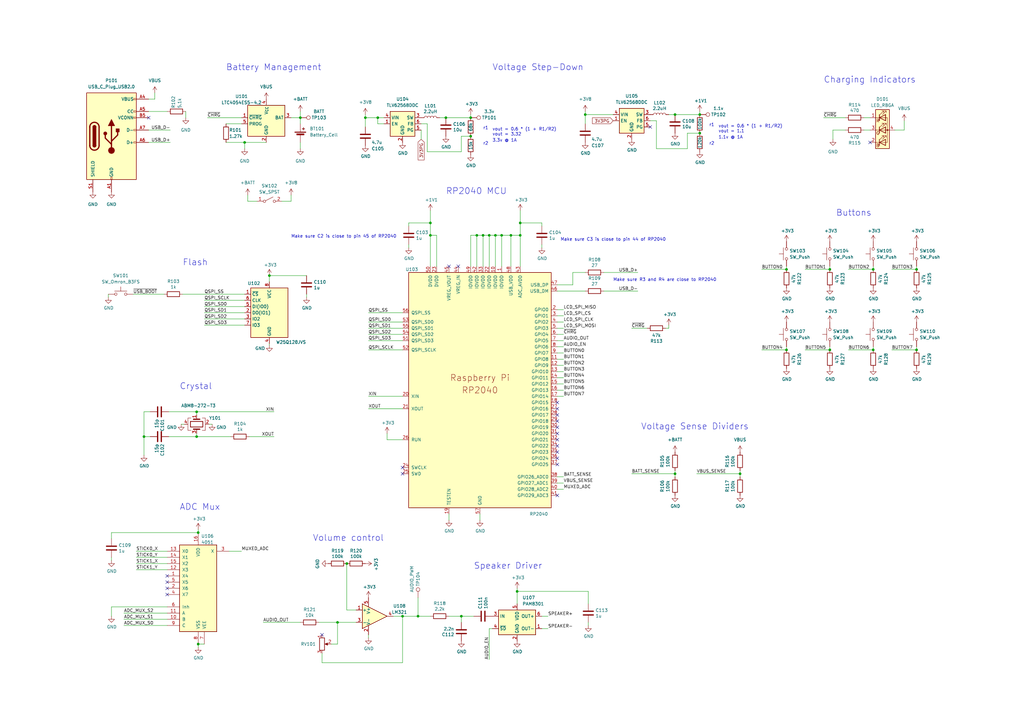
<source format=kicad_sch>
(kicad_sch (version 20230121) (generator eeschema)
  (paper "A3")
  (junction (at 209.55 96.52))
  (junction (at 80.645 168.91))
  (junction (at 203.2 96.52))
  (junction (at 110.49 113.03))
  (junction (at 149.86 48.26))
  (junction (at 375.92 143.51))
  (junction (at 193.04 55.88))
  (junction (at 358.14 110.49))
  (junction (at 123.19 48.26))
  (junction (at 142.24 231.14))
  (junction (at 81.28 264.16))
  (junction (at 195.58 96.52))
  (junction (at 240.03 46.99))
  (junction (at 276.86 46.99))
  (junction (at 59.055 179.07))
  (junction (at 193.04 48.26))
  (junction (at 182.88 48.26))
  (junction (at 176.53 96.52))
  (junction (at 171.45 252.73))
  (junction (at 165.1 252.73))
  (junction (at 303.53 194.31))
  (junction (at 205.74 96.52))
  (junction (at 176.53 91.44))
  (junction (at 276.86 194.31))
  (junction (at 375.92 110.49))
  (junction (at 322.58 110.49))
  (junction (at 340.36 110.49))
  (junction (at 198.12 96.52))
  (junction (at 287.02 54.61))
  (junction (at 81.28 218.44))
  (junction (at 213.36 96.52))
  (junction (at 189.23 252.73))
  (junction (at 213.36 91.44))
  (junction (at 154.94 48.26))
  (junction (at 340.36 143.51))
  (junction (at 287.02 46.99))
  (junction (at 138.43 255.27))
  (junction (at 358.14 143.51))
  (junction (at 212.09 242.57))
  (junction (at 100.33 58.42))
  (junction (at 322.58 143.51))
  (junction (at 200.66 96.52))
  (junction (at 80.645 179.07))
  (no_connect (at 228.6 165.1))
  (no_connect (at 228.6 180.34))
  (no_connect (at 184.15 109.22))
  (no_connect (at 165.1 191.77))
  (no_connect (at 228.6 172.72))
  (no_connect (at 228.6 167.64))
  (no_connect (at 187.96 109.22))
  (no_connect (at 228.6 187.96))
  (no_connect (at 165.1 194.31))
  (no_connect (at 228.6 175.26))
  (no_connect (at 68.58 238.76))
  (no_connect (at 60.96 48.26))
  (no_connect (at 228.6 185.42))
  (no_connect (at 228.6 182.88))
  (no_connect (at 356.87 58.42))
  (no_connect (at 68.58 241.3))
  (no_connect (at 228.6 203.2))
  (no_connect (at 228.6 190.5))
  (no_connect (at 266.7 52.07))
  (no_connect (at 68.58 236.22))
  (no_connect (at 68.58 243.84))
  (no_connect (at 228.6 177.8))
  (no_connect (at 228.6 170.18))
  (no_connect (at 132.08 260.35))
  (wire (pts (xy 81.28 264.16) (xy 83.82 264.16)))
  (wire (pts (xy 149.86 48.26) (xy 149.86 52.07)))
  (wire (pts (xy 151.13 137.16) (xy 165.1 137.16)))
  (wire (pts (xy 365.76 110.49) (xy 375.92 110.49)))
  (wire (pts (xy 101.6 82.55) (xy 105.41 82.55)))
  (wire (pts (xy 125.73 120.65) (xy 125.73 121.92)))
  (wire (pts (xy 224.79 257.81) (xy 222.25 257.81)))
  (wire (pts (xy 240.03 46.99) (xy 251.46 46.99)))
  (wire (pts (xy 274.32 134.62) (xy 273.05 134.62)))
  (wire (pts (xy 158.75 177.8) (xy 158.75 180.34)))
  (wire (pts (xy 175.26 50.8) (xy 175.26 62.23)))
  (wire (pts (xy 274.32 133.35) (xy 274.32 134.62)))
  (wire (pts (xy 228.6 200.66) (xy 231.14 200.66)))
  (wire (pts (xy 81.28 217.17) (xy 81.28 218.44)))
  (wire (pts (xy 67.31 120.65) (xy 54.61 120.65)))
  (wire (pts (xy 375.92 109.22) (xy 375.92 110.49)))
  (wire (pts (xy 209.55 109.22) (xy 209.55 96.52)))
  (wire (pts (xy 45.72 248.92) (xy 68.58 248.92)))
  (wire (pts (xy 154.94 48.26) (xy 154.94 50.8)))
  (wire (pts (xy 205.74 96.52) (xy 209.55 96.52)))
  (wire (pts (xy 138.43 255.27) (xy 146.05 255.27)))
  (wire (pts (xy 358.14 142.24) (xy 358.14 143.51)))
  (wire (pts (xy 151.13 134.62) (xy 165.1 134.62)))
  (wire (pts (xy 55.88 233.68) (xy 68.58 233.68)))
  (wire (pts (xy 228.6 152.4) (xy 231.14 152.4)))
  (wire (pts (xy 60.96 58.42) (xy 69.85 58.42)))
  (wire (pts (xy 341.63 53.34) (xy 341.63 57.15)))
  (wire (pts (xy 44.45 120.65) (xy 44.45 121.92)))
  (wire (pts (xy 107.95 255.27) (xy 123.19 255.27)))
  (wire (pts (xy 189.23 252.73) (xy 189.23 255.27)))
  (wire (pts (xy 241.3 255.27) (xy 241.3 256.54)))
  (wire (pts (xy 200.66 270.51) (xy 200.66 257.81)))
  (wire (pts (xy 354.33 53.34) (xy 356.87 53.34)))
  (wire (pts (xy 80.645 179.07) (xy 94.615 179.07)))
  (wire (pts (xy 228.6 144.78) (xy 231.14 144.78)))
  (wire (pts (xy 171.45 252.73) (xy 176.53 252.73)))
  (wire (pts (xy 115.57 82.55) (xy 119.38 82.55)))
  (wire (pts (xy 330.2 143.51) (xy 340.36 143.51)))
  (wire (pts (xy 100.33 130.81) (xy 83.82 130.81)))
  (wire (pts (xy 247.65 119.38) (xy 261.62 119.38)))
  (wire (pts (xy 234.95 111.76) (xy 234.95 116.84)))
  (wire (pts (xy 367.03 53.34) (xy 370.84 53.34)))
  (wire (pts (xy 228.6 147.32) (xy 231.14 147.32)))
  (wire (pts (xy 50.8 254) (xy 68.58 254)))
  (wire (pts (xy 165.1 167.64) (xy 151.13 167.64)))
  (wire (pts (xy 213.36 91.44) (xy 222.25 91.44)))
  (wire (pts (xy 165.1 143.51) (xy 151.13 143.51)))
  (wire (pts (xy 231.14 129.54) (xy 228.6 129.54)))
  (wire (pts (xy 142.24 250.19) (xy 146.05 250.19)))
  (wire (pts (xy 101.6 80.01) (xy 101.6 82.55)))
  (wire (pts (xy 165.1 252.73) (xy 165.1 271.78)))
  (wire (pts (xy 60.96 45.72) (xy 68.58 45.72)))
  (wire (pts (xy 123.19 48.26) (xy 123.19 50.8)))
  (wire (pts (xy 171.45 245.11) (xy 171.45 252.73)))
  (wire (pts (xy 341.63 53.34) (xy 346.71 53.34)))
  (wire (pts (xy 45.72 248.92) (xy 45.72 252.73)))
  (wire (pts (xy 100.33 125.73) (xy 83.82 125.73)))
  (wire (pts (xy 45.72 228.6) (xy 45.72 229.87)))
  (wire (pts (xy 287.02 54.61) (xy 281.94 54.61)))
  (wire (pts (xy 259.08 194.31) (xy 276.86 194.31)))
  (wire (pts (xy 213.36 86.36) (xy 213.36 91.44)))
  (wire (pts (xy 167.64 91.44) (xy 176.53 91.44)))
  (wire (pts (xy 80.645 170.18) (xy 80.645 168.91)))
  (wire (pts (xy 165.1 128.27) (xy 151.13 128.27)))
  (wire (pts (xy 80.645 177.8) (xy 80.645 179.07)))
  (wire (pts (xy 276.86 193.04) (xy 276.86 194.31)))
  (wire (pts (xy 165.1 252.73) (xy 171.45 252.73)))
  (wire (pts (xy 209.55 96.52) (xy 213.36 96.52)))
  (wire (pts (xy 189.23 55.88) (xy 189.23 62.23)))
  (wire (pts (xy 179.07 96.52) (xy 176.53 96.52)))
  (wire (pts (xy 337.82 48.26) (xy 346.71 48.26)))
  (wire (pts (xy 269.24 49.53) (xy 269.24 60.96)))
  (wire (pts (xy 228.6 149.86) (xy 231.14 149.86)))
  (wire (pts (xy 193.04 55.88) (xy 189.23 55.88)))
  (wire (pts (xy 149.86 48.26) (xy 154.94 48.26)))
  (wire (pts (xy 375.92 142.24) (xy 375.92 143.51)))
  (wire (pts (xy 322.58 109.22) (xy 322.58 110.49)))
  (wire (pts (xy 365.76 143.51) (xy 375.92 143.51)))
  (wire (pts (xy 69.215 179.07) (xy 80.645 179.07)))
  (wire (pts (xy 266.7 49.53) (xy 269.24 49.53)))
  (wire (pts (xy 60.96 40.64) (xy 63.5 40.64)))
  (wire (pts (xy 200.66 257.81) (xy 201.93 257.81)))
  (wire (pts (xy 354.33 48.26) (xy 356.87 48.26)))
  (wire (pts (xy 213.36 96.52) (xy 213.36 109.22)))
  (wire (pts (xy 151.13 132.08) (xy 165.1 132.08)))
  (wire (pts (xy 195.58 96.52) (xy 198.12 96.52)))
  (wire (pts (xy 213.36 91.44) (xy 213.36 96.52)))
  (wire (pts (xy 55.88 231.14) (xy 68.58 231.14)))
  (wire (pts (xy 45.72 218.44) (xy 45.72 220.98)))
  (wire (pts (xy 132.08 271.78) (xy 165.1 271.78)))
  (wire (pts (xy 193.04 46.99) (xy 193.04 48.26)))
  (wire (pts (xy 228.6 162.56) (xy 231.14 162.56)))
  (wire (pts (xy 135.89 264.16) (xy 138.43 264.16)))
  (wire (pts (xy 285.75 194.31) (xy 303.53 194.31)))
  (wire (pts (xy 119.38 80.01) (xy 119.38 82.55)))
  (wire (pts (xy 61.595 168.91) (xy 59.055 168.91)))
  (wire (pts (xy 50.8 256.54) (xy 68.58 256.54)))
  (wire (pts (xy 193.04 109.22) (xy 193.04 96.52)))
  (wire (pts (xy 85.09 48.26) (xy 99.06 48.26)))
  (wire (pts (xy 92.71 50.8) (xy 99.06 50.8)))
  (wire (pts (xy 231.14 132.08) (xy 228.6 132.08)))
  (wire (pts (xy 149.86 48.26) (xy 149.86 46.99)))
  (wire (pts (xy 259.08 134.62) (xy 265.43 134.62)))
  (wire (pts (xy 176.53 91.44) (xy 176.53 96.52)))
  (wire (pts (xy 196.85 210.82) (xy 196.85 213.36)))
  (wire (pts (xy 167.64 92.71) (xy 167.64 91.44)))
  (wire (pts (xy 176.53 96.52) (xy 176.53 109.22)))
  (wire (pts (xy 228.6 142.24) (xy 231.14 142.24)))
  (wire (pts (xy 370.84 49.53) (xy 370.84 53.34)))
  (wire (pts (xy 180.34 48.26) (xy 182.88 48.26)))
  (wire (pts (xy 231.14 139.7) (xy 228.6 139.7)))
  (wire (pts (xy 212.09 242.57) (xy 241.3 242.57)))
  (wire (pts (xy 50.8 251.46) (xy 68.58 251.46)))
  (wire (pts (xy 83.82 123.19) (xy 100.33 123.19)))
  (wire (pts (xy 59.055 168.91) (xy 59.055 179.07)))
  (wire (pts (xy 176.53 86.36) (xy 176.53 91.44)))
  (wire (pts (xy 138.43 255.27) (xy 138.43 264.16)))
  (wire (pts (xy 110.49 113.03) (xy 125.73 113.03)))
  (wire (pts (xy 228.6 116.84) (xy 234.95 116.84)))
  (wire (pts (xy 161.29 252.73) (xy 165.1 252.73)))
  (wire (pts (xy 154.94 50.8) (xy 157.48 50.8)))
  (wire (pts (xy 158.75 180.34) (xy 165.1 180.34)))
  (wire (pts (xy 228.6 195.58) (xy 231.14 195.58)))
  (wire (pts (xy 241.3 242.57) (xy 241.3 247.65)))
  (wire (pts (xy 228.6 157.48) (xy 231.14 157.48)))
  (wire (pts (xy 55.88 228.6) (xy 68.58 228.6)))
  (wire (pts (xy 281.94 54.61) (xy 281.94 60.96)))
  (wire (pts (xy 63.5 38.1) (xy 63.5 40.64)))
  (wire (pts (xy 132.08 267.97) (xy 132.08 271.78)))
  (wire (pts (xy 100.33 58.42) (xy 109.22 58.42)))
  (wire (pts (xy 322.58 142.24) (xy 322.58 143.51)))
  (wire (pts (xy 228.6 119.38) (xy 240.03 119.38)))
  (wire (pts (xy 151.13 139.7) (xy 165.1 139.7)))
  (wire (pts (xy 330.2 110.49) (xy 340.36 110.49)))
  (wire (pts (xy 61.595 179.07) (xy 59.055 179.07)))
  (wire (pts (xy 198.12 96.52) (xy 200.66 96.52)))
  (wire (pts (xy 212.09 241.3) (xy 212.09 242.57)))
  (wire (pts (xy 195.58 109.22) (xy 195.58 96.52)))
  (wire (pts (xy 189.23 62.23) (xy 175.26 62.23)))
  (wire (pts (xy 203.2 96.52) (xy 205.74 96.52)))
  (wire (pts (xy 45.72 218.44) (xy 81.28 218.44)))
  (wire (pts (xy 203.2 109.22) (xy 203.2 96.52)))
  (wire (pts (xy 212.09 242.57) (xy 212.09 247.65)))
  (wire (pts (xy 347.98 110.49) (xy 358.14 110.49)))
  (wire (pts (xy 123.19 45.72) (xy 123.19 48.26)))
  (wire (pts (xy 172.72 53.34) (xy 172.72 57.15)))
  (wire (pts (xy 200.66 96.52) (xy 203.2 96.52)))
  (wire (pts (xy 151.13 261.62) (xy 151.13 260.35)))
  (wire (pts (xy 240.03 45.72) (xy 240.03 46.99)))
  (wire (pts (xy 74.295 173.99) (xy 75.565 173.99)))
  (wire (pts (xy 59.055 179.07) (xy 59.055 186.69)))
  (wire (pts (xy 228.6 198.12) (xy 231.14 198.12)))
  (wire (pts (xy 234.95 111.76) (xy 240.03 111.76)))
  (wire (pts (xy 276.86 46.99) (xy 287.02 46.99)))
  (wire (pts (xy 224.79 252.73) (xy 222.25 252.73)))
  (wire (pts (xy 340.36 109.22) (xy 340.36 110.49)))
  (wire (pts (xy 184.15 252.73) (xy 189.23 252.73)))
  (wire (pts (xy 100.33 133.35) (xy 83.82 133.35)))
  (wire (pts (xy 228.6 160.02) (xy 231.14 160.02)))
  (wire (pts (xy 142.24 231.14) (xy 142.24 250.19)))
  (wire (pts (xy 231.14 134.62) (xy 228.6 134.62)))
  (wire (pts (xy 179.07 109.22) (xy 179.07 96.52)))
  (wire (pts (xy 231.14 127) (xy 228.6 127)))
  (wire (pts (xy 154.94 48.26) (xy 157.48 48.26)))
  (wire (pts (xy 347.98 143.51) (xy 358.14 143.51)))
  (wire (pts (xy 69.215 168.91) (xy 80.645 168.91)))
  (wire (pts (xy 276.86 194.31) (xy 276.86 195.58)))
  (wire (pts (xy 151.13 162.56) (xy 165.1 162.56)))
  (wire (pts (xy 228.6 137.16) (xy 231.14 137.16)))
  (wire (pts (xy 303.53 194.31) (xy 303.53 195.58)))
  (wire (pts (xy 60.96 53.34) (xy 69.85 53.34)))
  (wire (pts (xy 80.645 168.91) (xy 112.395 168.91)))
  (wire (pts (xy 200.66 109.22) (xy 200.66 96.52)))
  (wire (pts (xy 228.6 154.94) (xy 231.14 154.94)))
  (wire (pts (xy 74.93 120.65) (xy 100.33 120.65)))
  (wire (pts (xy 287.02 45.72) (xy 287.02 46.99)))
  (wire (pts (xy 184.15 210.82) (xy 184.15 213.36)))
  (wire (pts (xy 303.53 193.04) (xy 303.53 194.31)))
  (wire (pts (xy 274.32 46.99) (xy 276.86 46.99)))
  (wire (pts (xy 92.71 58.42) (xy 100.33 58.42)))
  (wire (pts (xy 110.49 113.03) (xy 110.49 115.57)))
  (wire (pts (xy 130.81 255.27) (xy 138.43 255.27)))
  (wire (pts (xy 193.04 96.52) (xy 195.58 96.52)))
  (wire (pts (xy 281.94 60.96) (xy 269.24 60.96)))
  (wire (pts (xy 172.72 50.8) (xy 175.26 50.8)))
  (wire (pts (xy 222.25 92.71) (xy 222.25 91.44)))
  (wire (pts (xy 55.88 226.06) (xy 68.58 226.06)))
  (wire (pts (xy 100.33 128.27) (xy 83.82 128.27)))
  (wire (pts (xy 76.2 45.72) (xy 76.2 48.26)))
  (wire (pts (xy 81.28 265.43) (xy 81.28 264.16)))
  (wire (pts (xy 93.98 226.06) (xy 99.06 226.06)))
  (wire (pts (xy 119.38 48.26) (xy 123.19 48.26)))
  (wire (pts (xy 123.19 60.96) (xy 123.19 58.42)))
  (wire (pts (xy 312.42 143.51) (xy 322.58 143.51)))
  (wire (pts (xy 247.65 111.76) (xy 261.62 111.76)))
  (wire (pts (xy 182.88 48.26) (xy 193.04 48.26)))
  (wire (pts (xy 102.235 179.07) (xy 112.395 179.07)))
  (wire (pts (xy 358.14 109.22) (xy 358.14 110.49)))
  (wire (pts (xy 189.23 252.73) (xy 194.31 252.73)))
  (wire (pts (xy 240.03 50.8) (xy 240.03 46.99)))
  (wire (pts (xy 222.25 100.33) (xy 222.25 101.6)))
  (wire (pts (xy 100.33 60.96) (xy 100.33 58.42)))
  (wire (pts (xy 85.725 173.99) (xy 86.995 173.99)))
  (wire (pts (xy 110.49 141.605) (xy 110.49 140.97)))
  (wire (pts (xy 312.42 110.49) (xy 322.58 110.49)))
  (wire (pts (xy 340.36 142.24) (xy 340.36 143.51)))
  (wire (pts (xy 167.64 100.33) (xy 167.64 101.6)))
  (wire (pts (xy 198.12 109.22) (xy 198.12 96.52)))
  (wire (pts (xy 205.74 96.52) (xy 205.74 109.22)))
  (text "Voltage Sense Dividers" (at 262.89 176.53 0) (effects (font (size 2.54 2.54)) (justify left bottom)))
  (text "ADC Mux" (at 73.66 209.55 0) (effects (font (size 2.54 2.54)) (justify left bottom)))
  (text "Make sure C2 is close to pin 45 of RP2040" (at 119.38 97.79 0) (effects (font (size 1.27 1.27)) (justify left bottom)))
  (text "1.1v @ 1A\n" (at 294.64 57.15 0) (effects (font (size 1.27 1.27)) (justify left bottom)))
  (text "Battery Management" (at 92.71 29.21 0) (effects (font (size 2.54 2.54)) (justify left bottom)))
  (text "Crystal" (at 73.66 160.02 0) (effects (font (size 2.54 2.54)) (justify left bottom)))
  (text "r2" (at 198.12 59.69 0) (effects (font (size 1.27 1.27)) (justify left bottom)))
  (text "r2" (at 290.83 59.69 0) (effects (font (size 1.27 1.27)) (justify left bottom)))
  (text "vout = 0.6 * (1 + R1/R2)\nvout = 3.32" (at 201.93 55.88 0) (effects (font (size 1.27 1.27)) (justify left bottom)))
  (text "RP2040 MCU" (at 182.88 80.01 0) (effects (font (size 2.54 2.54)) (justify left bottom)))
  (text "Speaker Driver" (at 194.31 233.68 0) (effects (font (size 2.54 2.54)) (justify left bottom)))
  (text "r1" (at 198.12 53.34 0) (effects (font (size 1.27 1.27)) (justify left bottom)))
  (text "Flash" (at 74.93 109.22 0) (effects (font (size 2.54 2.54)) (justify left bottom)))
  (text "Make sure R3 and R4 are close to RP2040" (at 251.46 115.57 0) (effects (font (size 1.27 1.27)) (justify left bottom)))
  (text "r1" (at 290.83 52.07 0) (effects (font (size 1.27 1.27)) (justify left bottom)))
  (text "Buttons" (at 342.9 88.9 0) (effects (font (size 2.54 2.54)) (justify left bottom)))
  (text "Volume control\n" (at 128.27 222.25 0) (effects (font (size 2.54 2.54)) (justify left bottom)))
  (text "Voltage Step-Down" (at 201.93 29.21 0) (effects (font (size 2.54 2.54)) (justify left bottom)))
  (text "Make sure C3 is close to pin 44 of RP2040" (at 229.87 99.06 0) (effects (font (size 1.27 1.27)) (justify left bottom)))
  (text "3.3v @ 1A\n" (at 201.93 58.42 0) (effects (font (size 1.27 1.27)) (justify left bottom)))
  (text "vout = 0.6 * (1 + R1/R2)\nvout = 1.1" (at 294.64 54.61 0) (effects (font (size 1.27 1.27)) (justify left bottom)))
  (text "Charging Indicators" (at 337.82 34.29 0) (effects (font (size 2.54 2.54)) (justify left bottom)))
  (label "BUTTON3" (at 365.76 110.49 0))
  (label "BUTTON6" (at 231.14 160.02 0))
  (label "~{CHRG}" (at 85.09 48.26 0))
  (label "AUDIO_EN" (at 200.66 270.51 90))
  (label "~{CHRG}" (at 259.08 134.62 0))
  (label "SPEAKER-" (at 224.79 257.81 0))
  (label "ADC_MUX_S1" (at 50.8 254 0))
  (label "ADC_MUX_S2" (at 50.8 251.46 0))
  (label "AUDIO_EN" (at 231.14 142.24 0))
  (label "~{CHRG}" (at 231.14 137.16 0))
  (label "USB_D+" (at 261.62 111.76 180))
  (label "BUTTON6" (at 347.98 143.51 0))
  (label "QSPI_SCLK" (at 83.82 123.19 0))
  (label "XIN" (at 112.395 168.91 180))
  (label "QSPI_SD1" (at 151.13 134.62 0))
  (label "QSPI_SS" (at 83.82 120.65 0))
  (label "AUDIO_OUT" (at 231.14 139.7 0))
  (label "LCD_SPI_MOSI" (at 231.14 134.62 0))
  (label "QSPI_SD2" (at 151.13 137.16 0))
  (label "LCD_SPI_CLK" (at 231.14 132.08 0))
  (label "STICK1_Y" (at 55.88 233.68 0))
  (label "BATT_SENSE" (at 259.08 194.31 0))
  (label "STICK1_X" (at 55.88 231.14 0))
  (label "BUTTON7" (at 365.76 143.51 0))
  (label "BUTTON2" (at 231.14 149.86 0))
  (label "BUTTON1" (at 330.2 110.49 0))
  (label "USB_D+" (at 69.85 58.42 180))
  (label "SPEAKER+" (at 224.79 252.73 0))
  (label "BUTTON5" (at 231.14 157.48 0))
  (label "BUTTON4" (at 231.14 154.94 0))
  (label "MUXED_ADC" (at 231.14 200.66 0))
  (label "VBUS_SENSE" (at 285.75 194.31 0))
  (label "AUDIO_OUT" (at 107.95 255.27 0))
  (label "STICK0_X" (at 55.88 226.06 0))
  (label "STICK0_Y" (at 55.88 228.6 0))
  (label "XOUT" (at 151.13 167.64 0))
  (label "QSPI_SCLK" (at 151.13 143.51 0))
  (label "BUTTON1" (at 231.14 147.32 0))
  (label "ADC_MUX_S0" (at 50.8 256.54 0))
  (label "QSPI_SD3" (at 151.13 139.7 0))
  (label "VBUS_SENSE" (at 231.14 198.12 0))
  (label "QSPI_SD0" (at 151.13 132.08 0))
  (label "MUXED_ADC" (at 99.06 226.06 0))
  (label "~{USB_BOOT}" (at 54.61 120.65 0))
  (label "BUTTON2" (at 347.98 110.49 0))
  (label "QSPI_SD3" (at 83.82 133.35 0))
  (label "BUTTON7" (at 231.14 162.56 0))
  (label "BATT_SENSE" (at 231.14 195.58 0))
  (label "USB_D-" (at 69.85 53.34 180))
  (label "XIN" (at 151.13 162.56 0))
  (label "BUTTON0" (at 231.14 144.78 0))
  (label "USB_D-" (at 261.62 119.38 180))
  (label "LCD_SPI_MISO" (at 231.14 127 0))
  (label "XOUT" (at 112.395 179.07 180))
  (label "QSPI_SS" (at 151.13 128.27 0))
  (label "~{CHRG}" (at 337.82 48.26 0))
  (label "QSPI_SD1" (at 83.82 128.27 0))
  (label "BUTTON4" (at 312.42 143.51 0))
  (label "BUTTON5" (at 330.2 143.51 0))
  (label "BUTTON0" (at 312.42 110.49 0))
  (label "BUTTON3" (at 231.14 152.4 0))
  (label "LCD_SPI_CS" (at 231.14 129.54 0))
  (label "QSPI_SD2" (at 83.82 130.81 0))
  (label "QSPI_SD0" (at 83.82 125.73 0))
  (global_label "3V3PG" (shape input) (at 172.72 57.15 270) (property "Intersheetrefs" "${INTERSHEET_REFS}" (effects hide)))
  (global_label "3V3PG" (shape input) (at 251.46 49.53 180) (property "Intersheetrefs" "${INTERSHEET_REFS}" (effects hide)))
  (symbol (lib_id "Device:C") (at 149.86 55.88 0) (unit 1)
    (property "Reference" "C105" (at 152.4 60.96 0) (effects (justify left)))
    (property "Value" "4.7u" (at 152.4 58.42 0) (effects (justify left)))
    (property "Footprint" "Capacitor_SMD:C_0805_2012Metric" (effects hide))
    (property "manf#" "C0805C475K9PACTU" (effects hide))
  )
  (symbol (lib_id "Device:R") (at 138.43 231.14 270) (unit 1)
    (property "Reference" "R119" (at 138.43 225.8822 90))
    (property "Value" "100k" (at 138.43 228.1936 90))
    (property "Footprint" "Resistor_SMD:R_0402_1005Metric" (effects hide))
  )
  (symbol (lib_id "Device:C") (at 65.405 168.91 270) (unit 1)
    (property "Reference" "C101" (at 66.5734 171.831 0) (effects (justify left)))
    (property "Value" "15p" (at 64.262 171.831 0) (effects (justify left)))
    (property "Footprint" "Capacitor_SMD:C_0402_1005Metric" (effects hide))
  )
  (symbol (lib_id "Device:Crystal_GND24") (at 80.645 173.99 270) (unit 1)
    (property "Reference" "Y101" (at 85.725 171.45 90) (effects (justify left)))
    (property "Value" "ABM8-272-T3" (at 74.295 166.37 90) (effects (justify left)))
    (property "Footprint" "Crystal:Crystal_SMD_3225-4Pin_3.2x2.5mm" (effects hide))
  )
  (symbol (lib_id "Device:C") (at 167.64 96.52 0) (unit 1)
    (property "Reference" "C103" (at 170.561 95.3516 0) (effects (justify left)))
    (property "Value" "1u" (at 170.561 97.663 0) (effects (justify left)))
    (property "Footprint" "Capacitor_SMD:C_0402_1005Metric" (effects hide))
  )
  (symbol (lib_id "Connector:TestPoint") (at 193.04 48.26 270) (unit 1)
    (property "Reference" "TP101" (at 200.66 48.26 90))
    (property "Value" "3.3v" (at 200.66 45.72 90))
    (property "Footprint" "TestPoint:TestPoint_THTPad_D1.0mm_Drill0.5mm" (effects hide))
  )
  (symbol (lib_id "power:GND") (at 375.92 118.11 0) (unit 1)
    (property "Reference" "#PWR0163" (effects hide))
    (property "Value" "GND" (at 376.047 122.5042 0))
  )
  (symbol (lib_id "Memory_Flash:W25Q128JVS") (at 110.49 128.27 0) (unit 1)
    (property "Reference" "U102" (at 104.14 116.205 0))
    (property "Value" "W25Q128JVS" (at 119.38 140.335 0))
    (property "Footprint" "Package_SO:SOIC-8_5.23x5.23mm_P1.27mm" (effects hide))
    (property "Datasheet" "http://www.winbond.com/resource-files/w25q128jv_dtr%20revc%2003272018%20plus.pdf" (effects hide))
  )
  (symbol (lib_id "Switch:SW_Push") (at 375.92 137.16 90) (unit 1)
    (property "Reference" "SW110" (at 377.19 135.89 90) (effects (justify right)))
    (property "Value" "SW_Push" (at 377.19 138.43 90) (effects (justify right)))
  )
  (symbol (lib_id "Device:Battery_Cell") (at 123.19 55.88 0) (unit 1)
    (property "Reference" "BT101" (at 127 52.7685 0) (effects (justify left)))
    (property "Value" "Battery_Cell" (at 127 55.3085 0) (effects (justify left)))
  )
  (symbol (lib_id "Device:C") (at 241.3 251.46 0) (unit 1)
    (property "Reference" "C113" (at 244.221 250.2916 0) (effects (justify left)))
    (property "Value" "1u" (at 244.221 252.603 0) (effects (justify left)))
    (property "Footprint" "Capacitor_SMD:C_0402_1005Metric" (effects hide))
  )
  (symbol (lib_id "power:GND") (at 322.58 151.13 0) (unit 1)
    (property "Reference" "#PWR0165" (effects hide))
    (property "Value" "GND" (at 322.707 155.5242 0))
  )
  (symbol (lib_id "Device:R") (at 287.02 50.8 180) (unit 1)
    (property "Reference" "R111" (effects hide))
    (property "Value" "100k" (at 287.02 50.8 90))
    (property "Footprint" "Resistor_SMD:R_0805_2012Metric" (effects hide))
    (property "manf#" "RC0805FR-07100KL" (effects hide))
  )
  (symbol (lib_id "MCU_RaspberryPi_RP2040:RP2040") (at 196.85 160.02 0) (unit 1)
    (property "Reference" "U103" (at 168.91 110.49 0))
    (property "Value" "RP2040" (at 220.98 210.82 0))
    (property "Footprint" "Package_DFN_QFN:QFN-56-1EP_7x7mm_P0.4mm_EP4x4mm_ThermalVias" (effects hide))
  )
  (symbol (lib_id "Battery_Management:LTC4054ES5-4.2") (at 109.22 48.26 0) (unit 1)
    (property "Reference" "U101" (at 99.06 39.5321 0))
    (property "Value" "LTC4054ES5-4.2" (at 99.06 42.0721 0))
    (property "Footprint" "Package_TO_SOT_SMD:TSOT-23-5" (effects hide))
    (property "Datasheet" "https://www.analog.com/media/en/technical-documentation/data-sheets/405442xf.pdf" (effects hide))
  )
  (symbol (lib_id "power:GND") (at 287.02 62.23 0) (unit 1)
    (property "Reference" "#PWR0135" (effects hide))
    (property "Value" "GND" (at 287.147 66.6242 0))
  )
  (symbol (lib_id "power:GND") (at 259.08 57.15 0) (unit 1)
    (property "Reference" "#PWR0132" (effects hide))
    (property "Value" "GND" (at 259.207 61.5442 0))
  )
  (symbol (lib_id "power:GND") (at 134.62 231.14 270) (unit 1)
    (property "Reference" "#PWR0154" (effects hide))
    (property "Value" "GND" (at 130.2258 231.267 0))
  )
  (symbol (lib_id "power:+BATT") (at 101.6 80.01 0) (unit 1)
    (property "Reference" "#PWR0147" (effects hide))
    (property "Value" "+BATT" (at 101.6 74.93 0))
  )
  (symbol (lib_id "power:GND") (at 322.58 118.11 0) (unit 1)
    (property "Reference" "#PWR0156" (effects hide))
    (property "Value" "GND" (at 322.707 122.5042 0))
  )
  (symbol (lib_id "power:+3V3") (at 375.92 99.06 0) (unit 1)
    (property "Reference" "#PWR0162" (effects hide))
    (property "Value" "+3V3" (at 376.301 94.6658 0))
  )
  (symbol (lib_id "Connector:USB_C_Plug_USB2.0") (at 45.72 55.88 0) (unit 1)
    (property "Reference" "P101" (at 45.72 33.02 0))
    (property "Value" "USB_C_Plug_USB2.0" (at 45.72 35.56 0))
    (property "Datasheet" "https://www.usb.org/sites/default/files/documents/usb_type-c.zip" (effects hide))
  )
  (symbol (lib_id "power:GND") (at 184.15 213.36 0) (unit 1)
    (property "Reference" "#PWR0123" (effects hide))
    (property "Value" "GND" (at 184.277 217.7542 0))
  )
  (symbol (lib_id "power:GND") (at 276.86 203.2 0) (unit 1)
    (property "Reference" "#PWR0113" (effects hide))
    (property "Value" "GND" (at 276.987 207.5942 0))
  )
  (symbol (lib_id "Device:R") (at 243.84 119.38 270) (unit 1)
    (property "Reference" "R109" (at 243.84 114.1222 90))
    (property "Value" "27" (at 243.84 116.4336 90))
    (property "Footprint" "Resistor_SMD:R_0402_1005Metric" (effects hide))
  )
  (symbol (lib_id "Device:R") (at 303.53 189.23 0) (unit 1)
    (property "Reference" "R116" (at 298.2722 189.23 90))
    (property "Value" "100k" (at 300.5836 189.23 90))
    (property "Footprint" "Resistor_SMD:R_0402_1005Metric" (effects hide))
  )
  (symbol (lib_id "power:GND") (at 86.995 173.99 0) (unit 1)
    (property "Reference" "#PWR0115" (effects hide))
    (property "Value" "GND" (at 90.805 175.26 0))
  )
  (symbol (lib_id "Device:R") (at 375.92 147.32 180) (unit 1)
    (property "Reference" "R129" (at 381.1778 147.32 90))
    (property "Value" "47k" (at 378.8664 147.32 90))
    (property "Footprint" "Resistor_SMD:R_0402_1005Metric" (effects hide))
  )
  (symbol (lib_id "Switch:SW_Push") (at 358.14 104.14 90) (unit 1)
    (property "Reference" "SW105" (at 359.41 102.87 90) (effects (justify right)))
    (property "Value" "SW_Push" (at 359.41 105.41 90) (effects (justify right)))
  )
  (symbol (lib_id "power:+1V1") (at 287.02 45.72 0) (unit 1)
    (property "Reference" "#PWR0134" (effects hide))
    (property "Value" "+1V1" (at 287.401 41.3258 0))
  )
  (symbol (lib_id "power:+3V3") (at 149.86 231.14 270) (unit 1)
    (property "Reference" "#PWR0155" (effects hide))
    (property "Value" "+3V3" (at 154.2542 231.521 0))
  )
  (symbol (lib_id "Switch:SW_Push") (at 322.58 137.16 90) (unit 1)
    (property "Reference" "SW107" (at 323.85 135.89 90) (effects (justify right)))
    (property "Value" "SW_Push" (at 323.85 138.43 90) (effects (justify right)))
  )
  (symbol (lib_id "power:+1V1") (at 176.53 86.36 0) (unit 1)
    (property "Reference" "#PWR0122" (effects hide))
    (property "Value" "+1V1" (at 176.911 81.9658 0))
  )
  (symbol (lib_id "power:+3V3") (at 322.58 132.08 0) (unit 1)
    (property "Reference" "#PWR0164" (effects hide))
    (property "Value" "+3V3" (at 322.961 127.6858 0))
  )
  (symbol (lib_id "power:GND") (at 45.72 252.73 0) (unit 1)
    (property "Reference" "#PWR0143" (effects hide))
    (property "Value" "GND" (at 45.847 257.1242 0))
  )
  (symbol (lib_id "Device:R") (at 322.58 147.32 180) (unit 1)
    (property "Reference" "R126" (at 327.8378 147.32 90))
    (property "Value" "47k" (at 325.5264 147.32 90))
    (property "Footprint" "Resistor_SMD:R_0402_1005Metric" (effects hide))
  )
  (symbol (lib_id "Device:R") (at 146.05 231.14 270) (unit 1)
    (property "Reference" "R120" (at 146.05 225.8822 90))
    (property "Value" "100k" (at 146.05 228.1936 90))
    (property "Footprint" "Resistor_SMD:R_0402_1005Metric" (effects hide))
  )
  (symbol (lib_id "Switch:SW_Push") (at 375.92 104.14 90) (unit 1)
    (property "Reference" "SW106" (at 377.19 102.87 90) (effects (justify right)))
    (property "Value" "SW_Push" (at 377.19 105.41 90) (effects (justify right)))
  )
  (symbol (lib_id "power:GND") (at 193.04 63.5 0) (unit 1)
    (property "Reference" "#PWR0130" (effects hide))
    (property "Value" "GND" (at 193.167 67.8942 0))
  )
  (symbol (lib_id "Device:C") (at 240.03 54.61 0) (unit 1)
    (property "Reference" "C107" (at 242.57 59.69 0) (effects (justify left)))
    (property "Value" "4.7u" (at 242.57 57.15 0) (effects (justify left)))
    (property "Footprint" "Capacitor_SMD:C_0805_2012Metric" (effects hide))
    (property "manf#" "C0805C475K9PACTU" (effects hide))
  )
  (symbol (lib_id "power:+3V8") (at 119.38 80.01 0) (unit 1)
    (property "Reference" "#PWR0116" (effects hide))
    (property "Value" "+3V8" (at 119.38 74.93 0))
  )
  (symbol (lib_id "Device:R") (at 193.04 59.69 180) (unit 1)
    (property "Reference" "R110" (effects hide))
    (property "Value" "15k" (at 193.04 59.69 90))
    (property "Footprint" "Resistor_SMD:R_0805_2012Metric" (effects hide))
    (property "manf#" "RC0805FR-0715KL" (effects hide))
  )
  (symbol (lib_id "power:GND") (at 196.85 213.36 0) (unit 1)
    (property "Reference" "#PWR0124" (effects hide))
    (property "Value" "GND" (at 196.977 217.7542 0))
  )
  (symbol (lib_id "Device:C") (at 45.72 224.79 0) (unit 1)
    (property "Reference" "C109" (at 48.641 223.6216 0) (effects (justify left)))
    (property "Value" "1u" (at 48.641 225.933 0) (effects (justify left)))
    (property "Footprint" "Capacitor_SMD:C_0402_1005Metric" (effects hide))
  )
  (symbol (lib_id "power:GND") (at 44.45 121.92 0) (unit 1)
    (property "Reference" "#PWR0110" (effects hide))
    (property "Value" "GND" (at 44.577 126.3142 0))
  )
  (symbol (lib_id "Device:R") (at 276.86 199.39 0) (unit 1)
    (property "Reference" "R106" (at 271.6022 199.39 90))
    (property "Value" "100k" (at 273.9136 199.39 90))
    (property "Footprint" "Resistor_SMD:R_0402_1005Metric" (effects hide))
  )
  (symbol (lib_id "power:+3V3") (at 110.49 113.03 0) (unit 1)
    (property "Reference" "#PWR0118" (effects hide))
    (property "Value" "+3V3" (at 110.871 108.6358 0))
  )
  (symbol (lib_id "power:GND") (at 45.72 229.87 0) (unit 1)
    (property "Reference" "#PWR0144" (effects hide))
    (property "Value" "GND" (at 45.847 234.2642 0))
  )
  (symbol (lib_id "power:+3V3") (at 358.14 99.06 0) (unit 1)
    (property "Reference" "#PWR0160" (effects hide))
    (property "Value" "+3V3" (at 358.521 94.6658 0))
  )
  (symbol (lib_id "power:+3V3") (at 358.14 132.08 0) (unit 1)
    (property "Reference" "#PWR0168" (effects hide))
    (property "Value" "+3V3" (at 358.521 127.6858 0))
  )
  (symbol (lib_id "power:GND") (at 358.14 151.13 0) (unit 1)
    (property "Reference" "#PWR0169" (effects hide))
    (property "Value" "GND" (at 358.267 155.5242 0))
  )
  (symbol (lib_id "power:GND") (at 149.86 59.69 0) (unit 1)
    (property "Reference" "#PWR0120" (effects hide))
    (property "Value" "GND" (at 149.987 64.0842 0))
  )
  (symbol (lib_id "power:+3V3") (at 212.09 241.3 0) (unit 1)
    (property "Reference" "#PWR0149" (effects hide))
    (property "Value" "+3V3" (at 212.471 236.9058 0))
  )
  (symbol (lib_id "power:+3V8") (at 240.03 45.72 0) (unit 1)
    (property "Reference" "#PWR0117" (effects hide))
    (property "Value" "+3V8" (at 240.03 40.64 0))
  )
  (symbol (lib_id "power:VBUS") (at 370.84 49.53 0) (unit 1)
    (property "Reference" "#PWR0139" (effects hide))
    (property "Value" "VBUS" (at 370.84 44.45 0))
  )
  (symbol (lib_id "Device:R") (at 127 255.27 270) (unit 1)
    (property "Reference" "R121" (at 127 250.0122 90))
    (property "Value" "10k" (at 127 252.3236 90))
    (property "Footprint" "Resistor_SMD:R_0402_1005Metric" (effects hide))
  )
  (symbol (lib_id "Connector:TestPoint") (at 123.19 48.26 270) (unit 1)
    (property "Reference" "TP103" (at 130.81 48.26 90))
    (property "Value" "BATT" (at 130.81 45.72 90))
    (property "Footprint" "TestPoint:TestPoint_THTPad_D1.0mm_Drill0.5mm" (effects hide))
  )
  (symbol (lib_id "Switch:SW_Push") (at 340.36 137.16 90) (unit 1)
    (property "Reference" "SW108" (at 341.63 135.89 90) (effects (justify right)))
    (property "Value" "SW_Push" (at 341.63 138.43 90) (effects (justify right)))
  )
  (symbol (lib_id "power:+3V3") (at 213.36 86.36 0) (unit 1)
    (property "Reference" "#PWR0125" (effects hide))
    (property "Value" "+3V3" (at 213.741 81.9658 0))
  )
  (symbol (lib_id "Device:L") (at 176.53 48.26 90) (unit 1)
    (property "Reference" "L101" (at 176.53 43.434 90))
    (property "Value" "2.2uH" (at 176.53 45.7454 90))
    (property "Footprint" "Inductor_SMD:L_Taiyo-Yuden_NR-40xx" (effects hide))
    (property "manf#" "SDER041H-2R2MS" (effects hide))
  )
  (symbol (lib_id "Device:R") (at 269.24 134.62 90) (unit 1)
    (property "Reference" "R113" (at 269.24 139.8778 90))
    (property "Value" "47k" (at 269.24 137.5664 90))
    (property "Footprint" "Resistor_SMD:R_0402_1005Metric" (effects hide))
  )
  (symbol (lib_id "Device:R") (at 358.14 147.32 180) (unit 1)
    (property "Reference" "R128" (at 363.3978 147.32 90))
    (property "Value" "47k" (at 361.0864 147.32 90))
    (property "Footprint" "Resistor_SMD:R_0402_1005Metric" (effects hide))
  )
  (symbol (lib_id "Device:C") (at 65.405 179.07 270) (unit 1)
    (property "Reference" "C102" (at 66.5734 181.991 0) (effects (justify left)))
    (property "Value" "15p" (at 64.262 181.991 0) (effects (justify left)))
    (property "Footprint" "Capacitor_SMD:C_0402_1005Metric" (effects hide))
  )
  (symbol (lib_id "Device:R") (at 243.84 111.76 270) (unit 1)
    (property "Reference" "R108" (at 243.84 106.5022 90))
    (property "Value" "27" (at 243.84 108.8136 90))
    (property "Footprint" "Resistor_SMD:R_0402_1005Metric" (effects hide))
  )
  (symbol (lib_id "power:+3V3") (at 340.36 99.06 0) (unit 1)
    (property "Reference" "#PWR0158" (effects hide))
    (property "Value" "+3V3" (at 340.741 94.6658 0))
  )
  (symbol (lib_id "power:GND") (at 340.36 151.13 0) (unit 1)
    (property "Reference" "#PWR0167" (effects hide))
    (property "Value" "GND" (at 340.487 155.5242 0))
  )
  (symbol (lib_id "power:+3V3") (at 274.32 133.35 0) (unit 1)
    (property "Reference" "#PWR0109" (effects hide))
    (property "Value" "+3V3" (at 274.701 128.9558 0))
  )
  (symbol (lib_id "Device:R") (at 71.12 120.65 270) (unit 1)
    (property "Reference" "R103" (at 71.12 115.3922 90))
    (property "Value" "1k" (at 71.12 117.7036 90))
    (property "Footprint" "Resistor_SMD:R_0402_1005Metric" (effects hide))
  )
  (symbol (lib_id "Device:R") (at 276.86 189.23 0) (unit 1)
    (property "Reference" "R105" (at 271.6022 189.23 90))
    (property "Value" "100k" (at 273.9136 189.23 90))
    (property "Footprint" "Resistor_SMD:R_0402_1005Metric" (effects hide))
  )
  (symbol (lib_id "power:GND") (at 341.63 57.15 0) (unit 1)
    (property "Reference" "#PWR0138" (effects hide))
    (property "Value" "GND" (at 341.63 62.23 0))
  )
  (symbol (lib_id "Device:R") (at 358.14 114.3 180) (unit 1)
    (property "Reference" "R124" (at 363.3978 114.3 90))
    (property "Value" "47k" (at 361.0864 114.3 90))
    (property "Footprint" "Resistor_SMD:R_0402_1005Metric" (effects hide))
  )
  (symbol (lib_id "Switch:SW_SPST") (at 110.49 82.55 0) (unit 1)
    (property "Reference" "SW102" (at 110.49 76.2 0))
    (property "Value" "SW_SPST" (at 110.49 78.74 0))
  )
  (symbol (lib_id "power:VBUS") (at 63.5 38.1 0) (unit 1)
    (property "Reference" "#PWR0104" (effects hide))
    (property "Value" "VBUS" (at 63.5 33.02 0))
  )
  (symbol (lib_id "power:GND") (at 222.25 101.6 0) (unit 1)
    (property "Reference" "#PWR0126" (effects hide))
    (property "Value" "GND" (at 222.377 105.9942 0))
  )
  (symbol (lib_id "Device:L") (at 270.51 46.99 90) (unit 1)
    (property "Reference" "L102" (at 270.51 42.164 90))
    (property "Value" "2.2uH" (at 270.51 44.4754 90))
    (property "Footprint" "Inductor_SMD:L_Taiyo-Yuden_NR-40xx" (effects hide))
    (property "manf#" "SDER041H-2R2MS" (effects hide))
  )
  (symbol (lib_id "power:+3V3") (at 322.58 99.06 0) (unit 1)
    (property "Reference" "#PWR0157" (effects hide))
    (property "Value" "+3V3" (at 322.961 94.6658 0))
  )
  (symbol (lib_id "Device:R") (at 350.52 48.26 270) (unit 1)
    (property "Reference" "R114" (at 350.52 43.0022 90))
    (property "Value" "470" (at 350.52 45.3136 90))
    (property "Footprint" "Resistor_SMD:R_0402_1005Metric" (effects hide))
  )
  (symbol (lib_id "Device:C") (at 182.88 52.07 0) (unit 1)
    (property "Reference" "C106" (at 185.801 50.9016 0) (effects (justify left)))
    (property "Value" "10u" (at 185.801 53.213 0) (effects (justify left)))
    (property "Footprint" "Capacitor_SMD:C_0805_2012Metric" (effects hide))
    (property "manf#" "‎C0805C106K8PACTU‎" (effects hide))
  )
  (symbol (lib_id "Device:R") (at 322.58 114.3 180) (unit 1)
    (property "Reference" "R122" (at 327.8378 114.3 90))
    (property "Value" "47k" (at 325.5264 114.3 90))
    (property "Footprint" "Resistor_SMD:R_0402_1005Metric" (effects hide))
  )
  (symbol (lib_id "power:VBUS") (at 303.53 185.42 0) (unit 1)
    (property "Reference" "#PWR0137" (effects hide))
    (property "Value" "VBUS" (at 303.53 180.34 0))
  )
  (symbol (lib_id "Device:C") (at 125.73 116.84 0) (unit 1)
    (property "Reference" "C110" (at 128.651 115.6716 0) (effects (justify left)))
    (property "Value" "1u" (at 128.651 117.983 0) (effects (justify left)))
    (property "Footprint" "Capacitor_SMD:C_0402_1005Metric" (effects hide))
  )
  (symbol (lib_id "Device:R") (at 375.92 114.3 180) (unit 1)
    (property "Reference" "R125" (at 381.1778 114.3 90))
    (property "Value" "47k" (at 378.8664 114.3 90))
    (property "Footprint" "Resistor_SMD:R_0402_1005Metric" (effects hide))
  )
  (symbol (lib_id "power:GND") (at 303.53 203.2 0) (unit 1)
    (property "Reference" "#PWR0140" (effects hide))
    (property "Value" "GND" (at 303.657 207.5942 0))
  )
  (symbol (lib_id "Device:R") (at 350.52 53.34 90) (unit 1)
    (property "Reference" "R115" (at 350.52 58.5978 90))
    (property "Value" "470" (at 350.52 56.2864 90))
    (property "Footprint" "Resistor_SMD:R_0402_1005Metric" (effects hide))
  )
  (symbol (lib_id "Device:R") (at 287.02 58.42 180) (unit 1)
    (property "Reference" "R112" (effects hide))
    (property "Value" "120k" (at 287.02 58.42 90))
    (property "Footprint" "Resistor_SMD:R_0805_2012Metric" (effects hide))
    (property "manf#" "RC0805FR-07120KL" (effects hide))
  )
  (symbol (lib_id "power:GND") (at 241.3 256.54 0) (unit 1)
    (property "Reference" "#PWR0151" (effects hide))
    (property "Value" "GND" (at 241.427 260.9342 0))
  )
  (symbol (lib_id "power:GND") (at 81.28 265.43 0) (unit 1)
    (property "Reference" "#PWR0142" (effects hide))
    (property "Value" "GND" (at 81.407 269.8242 0))
  )
  (symbol (lib_id "Device:R") (at 340.36 114.3 180) (unit 1)
    (property "Reference" "R123" (at 345.6178 114.3 90))
    (property "Value" "47k" (at 343.3064 114.3 90))
    (property "Footprint" "Resistor_SMD:R_0402_1005Metric" (effects hide))
  )
  (symbol (lib_id "Device:C") (at 276.86 50.8 0) (unit 1)
    (property "Reference" "C108" (at 279.781 49.6316 0) (effects (justify left)))
    (property "Value" "10u" (at 279.781 51.943 0) (effects (justify left)))
    (property "Footprint" "Capacitor_SMD:C_0805_2012Metric" (effects hide))
    (property "manf#" "C0805C226M9PACTU" (effects hide))
  )
  (symbol (lib_id "power:GND") (at 240.03 58.42 0) (unit 1)
    (property "Reference" "#PWR0131" (effects hide))
    (property "Value" "GND" (at 240.157 62.8142 0))
  )
  (symbol (lib_id "power:+3V3") (at 375.92 132.08 0) (unit 1)
    (property "Reference" "#PWR0170" (effects hide))
    (property "Value" "+3V3" (at 376.301 127.6858 0))
  )
  (symbol (lib_id "power:GND") (at 110.49 141.605 0) (unit 1)
    (property "Reference" "#PWR0119" (effects hide))
    (property "Value" "GND" (at 106.68 142.875 0))
  )
  (symbol (lib_id "power:+BATT") (at 276.86 185.42 0) (unit 1)
    (property "Reference" "#PWR0112" (effects hide))
    (property "Value" "+BATT" (at 276.86 180.34 0))
  )
  (symbol (lib_id "power:+BATT") (at 123.19 45.72 0) (unit 1)
    (property "Reference" "#PWR0107" (effects hide))
    (property "Value" "+BATT" (at 123.19 40.64 0))
  )
  (symbol (lib_id "power:GND") (at 165.1 58.42 0) (unit 1)
    (property "Reference" "#PWR0127" (effects hide))
    (property "Value" "GND" (at 165.227 62.8142 0))
  )
  (symbol (lib_id "power:GND") (at 38.1 78.74 0) (unit 1)
    (property "Reference" "#PWR0102" (effects hide))
    (property "Value" "GND" (at 38.1 83.82 0))
  )
  (symbol (lib_id "Device:R") (at 72.39 45.72 90) (unit 1)
    (property "Reference" "R102" (at 71.12 44.45 0) (effects (justify left)))
    (property "Value" "5.1k" (at 73.66 44.45 0) (effects (justify left)))
  )
  (symbol (lib_id "Device:C") (at 189.23 259.08 180) (unit 1)
    (property "Reference" "C112" (at 186.309 260.2484 0) (effects (justify left)))
    (property "Value" "2.2n" (at 186.309 257.937 0) (effects (justify left)))
    (property "Footprint" "Capacitor_SMD:C_0402_1005Metric" (effects hide))
  )
  (symbol (lib_id "Regulator_Switching:TLV62568DDC") (at 165.1 50.8 0) (unit 1)
    (property "Reference" "U104" (at 165.1 40.64 0))
    (property "Value" "TLV62568DDC" (at 165.1 43.18 0))
    (property "Footprint" "Package_TO_SOT_SMD:SOT-23-6" (effects hide))
    (property "Datasheet" "http://www.ti.com/lit/ds/symlink/tlv62568.pdf" (effects hide))
  )
  (symbol (lib_id "power:GND") (at 212.09 262.89 0) (unit 1)
    (property "Reference" "#PWR0150" (effects hide))
    (property "Value" "GND" (at 212.217 267.2842 0))
  )
  (symbol (lib_id "power:GND") (at 76.2 48.26 0) (unit 1)
    (property "Reference" "#PWR0108" (effects hide))
    (property "Value" "GND" (at 76.2 53.34 0))
  )
  (symbol (lib_id "power:GND") (at 125.73 121.92 0) (unit 1)
    (property "Reference" "#PWR0145" (effects hide))
    (property "Value" "GND" (at 125.857 126.3142 0))
  )
  (symbol (lib_id "power:+3V3") (at 193.04 46.99 0) (unit 1)
    (property "Reference" "#PWR0129" (effects hide))
    (property "Value" "+3V3" (at 193.421 42.5958 0))
  )
  (symbol (lib_id "power:GND") (at 189.23 262.89 0) (unit 1)
    (property "Reference" "#PWR0148" (effects hide))
    (property "Value" "GND" (at 189.357 267.2842 0))
  )
  (symbol (lib_id "Connector:TestPoint") (at 287.02 46.99 270) (unit 1)
    (property "Reference" "TP102" (at 294.64 46.99 90))
    (property "Value" "1.1v" (at 294.64 44.45 90))
    (property "Footprint" "TestPoint:TestPoint_THTPad_D1.0mm_Drill0.5mm" (effects hide))
  )
  (symbol (lib_id "power:+3V8") (at 149.86 46.99 0) (unit 1)
    (property "Reference" "#PWR0152" (effects hide))
    (property "Value" "+3V8" (at 149.86 41.91 0))
  )
  (symbol (lib_id "Amplifier_Operational:LM321") (at 153.67 252.73 0) (unit 1)
    (property "Reference" "U108" (at 163.83 248.5391 0))
    (property "Value" "LM321" (at 163.83 251.0791 0))
    (property "Footprint" "Package_TO_SOT_SMD:SOT-23-5" (effects hide))
    (property "Datasheet" "http://www.ti.com/lit/ds/symlink/lm321.pdf" (effects hide))
  )
  (symbol (lib_id "Device:C") (at 222.25 96.52 0) (unit 1)
    (property "Reference" "C104" (at 225.171 95.3516 0) (effects (justify left)))
    (property "Value" "1u" (at 225.171 97.663 0) (effects (justify left)))
    (property "Footprint" "Capacitor_SMD:C_0402_1005Metric" (effects hide))
  )
  (symbol (lib_id "power:GND") (at 182.88 55.88 0) (unit 1)
    (property "Reference" "#PWR0128" (effects hide))
    (property "Value" "GND" (at 183.007 60.2742 0))
  )
  (symbol (lib_id "Regulator_Switching:TLV62568DDC") (at 259.08 49.53 0) (unit 1)
    (property "Reference" "U105" (at 259.08 39.37 0))
    (property "Value" "TLV62568DDC" (at 259.08 41.91 0))
    (property "Footprint" "Package_TO_SOT_SMD:SOT-23-6" (effects hide))
    (property "Datasheet" "http://www.ti.com/lit/ds/symlink/tlv62568.pdf" (effects hide))
  )
  (symbol (lib_id "power:GND") (at 74.295 173.99 0) (unit 1)
    (property "Reference" "#PWR0114" (effects hide))
    (property "Value" "GND" (at 70.485 175.26 0))
  )
  (symbol (lib_id "power:GND") (at 340.36 118.11 0) (unit 1)
    (property "Reference" "#PWR0159" (effects hide))
    (property "Value" "GND" (at 340.487 122.5042 0))
  )
  (symbol (lib_id "Device:R_Potentiometer") (at 132.08 264.16 0) (unit 1)
    (property "Reference" "RV101" (at 129.54 264.16 0) (effects (justify right)))
    (property "Value" "R_Potentiometer" (effects hide))
  )
  (symbol (lib_id "Device:R") (at 340.36 147.32 180) (unit 1)
    (property "Reference" "R127" (at 345.6178 147.32 90))
    (property "Value" "47k" (at 343.3064 147.32 90))
    (property "Footprint" "Resistor_SMD:R_0402_1005Metric" (effects hide))
  )
  (symbol (lib_id "power:GND") (at 151.13 261.62 0) (unit 1)
    (property "Reference" "#PWR0146" (effects hide))
    (property "Value" "GND" (at 151.257 266.0142 0))
  )
  (symbol (lib_id "Connector:TestPoint") (at 171.45 245.11 0) (unit 1)
    (property "Reference" "TP104" (at 171.45 237.49 90))
    (property "Value" "AUDIO_PWM" (at 168.91 237.49 90))
    (property "Footprint" "TestPoint:TestPoint_THTPad_D1.0mm_Drill0.5mm" (effects hide))
  )
  (symbol (lib_id "Switch:SW_Push") (at 358.14 137.16 90) (unit 1)
    (property "Reference" "SW109" (at 359.41 135.89 90) (effects (justify right)))
    (property "Value" "SW_Push" (at 359.41 138.43 90) (effects (justify right)))
  )
  (symbol (lib_id "Device:C") (at 198.12 252.73 90) (unit 1)
    (property "Reference" "C111" (at 196.9516 249.809 0) (effects (justify left)))
    (property "Value" "100n" (at 199.263 249.809 0) (effects (justify left)))
    (property "Footprint" "Capacitor_SMD:C_0402_1005Metric" (effects hide))
  )
  (symbol (lib_id "power:GND") (at 375.92 151.13 0) (unit 1)
    (property "Reference" "#PWR0171" (effects hide))
    (property "Value" "GND" (at 376.047 155.5242 0))
  )
  (symbol (lib_id "power:+3V3") (at 340.36 132.08 0) (unit 1)
    (property "Reference" "#PWR0166" (effects hide))
    (property "Value" "+3V3" (at 340.741 127.6858 0))
  )
  (symbol (lib_id "power:GND") (at 358.14 118.11 0) (unit 1)
    (property "Reference" "#PWR0161" (effects hide))
    (property "Value" "GND" (at 358.267 122.5042 0))
  )
  (symbol (lib_id "Device:R") (at 92.71 54.61 0) (unit 1)
    (property "Reference" "R101" (at 93.98 53.34 0) (effects (justify left)))
    (property "Value" "1.27k" (at 93.98 55.88 0) (effects (justify left)))
  )
  (symbol (lib_id "power:+3V3") (at 81.28 217.17 0) (unit 1)
    (property "Reference" "#PWR0141" (effects hide))
    (property "Value" "+3V3" (at 81.661 212.7758 0))
  )
  (symbol (lib_id "4xxx:4051") (at 81.28 241.3 0) (unit 1)
    (property "Reference" "U106" (at 85.09 219.8721 0))
    (property "Value" "4051" (at 85.09 222.4121 0))
    (property "Datasheet" "http://www.intersil.com/content/dam/Intersil/documents/cd40/cd4051bms-52bms-53bms.pdf" (effects hide))
  )
  (symbol (lib_id "power:VBUS") (at 109.22 40.64 0) (unit 1)
    (property "Reference" "#PWR0105" (effects hide))
    (property "Value" "VBUS" (at 109.22 35.56 0))
  )
  (symbol (lib_id "power:GND") (at 123.19 60.96 0) (unit 1)
    (property "Reference" "#PWR0106" (effects hide))
    (property "Value" "GND" (at 123.19 66.04 0))
  )
  (symbol (lib_id "Switch:SW_Omron_B3FS") (at 49.53 120.65 0) (unit 1)
    (property "Reference" "SW101" (at 49.53 113.03 0))
    (property "Value" "SW_Omron_B3FS" (at 49.53 115.57 0))
    (property "Footprint" "Button_Switch_THT:SW_PUSH_6mm" (effects hide))
    (property "Datasheet" "https://omronfs.omron.com/en_US/ecb/products/pdf/en-b3fs.pdf" (effects hide))
  )
  (symbol (lib_id "power:GND") (at 167.64 101.6 0) (unit 1)
    (property "Reference" "#PWR0121" (effects hide))
    (property "Value" "GND" (at 167.767 105.9942 0))
  )
  (symbol (lib_id "power:GND") (at 100.33 60.96 0) (unit 1)
    (property "Reference" "#PWR0101" (effects hide))
    (property "Value" "GND" (at 100.33 66.04 0))
  )
  (symbol (lib_id "Switch:SW_Push") (at 322.58 104.14 90) (unit 1)
    (property "Reference" "SW103" (at 323.85 102.87 90) (effects (justify right)))
    (property "Value" "SW_Push" (at 323.85 105.41 90) (effects (justify right)))
  )
  (symbol (lib_id "Amplifier_Audio:PAM8301") (at 212.09 255.27 0) (unit 1)
    (property "Reference" "U107" (at 214.2841 245.11 0) (effects (justify left)))
    (property "Value" "PAM8301" (at 214.2841 247.65 0) (effects (justify left)))
    (property "Footprint" "Package_TO_SOT_SMD:SOT-23-6" (effects hide))
    (property "Datasheet" "https://www.diodes.com/assets/Datasheets/PAM8301.pdf" (effects hide))
  )
  (symbol (lib_id "Device:R") (at 180.34 252.73 270) (unit 1)
    (property "Reference" "R118" (at 180.34 247.4722 90))
    (property "Value" "2.2k" (at 180.34 249.7836 90))
    (property "Footprint" "Resistor_SMD:R_0402_1005Metric" (effects hide))
  )
  (symbol (lib_id "power:GND") (at 276.86 54.61 0) (unit 1)
    (property "Reference" "#PWR0133" (effects hide))
    (property "Value" "GND" (at 276.987 59.0042 0))
  )
  (symbol (lib_id "power:+3V3") (at 151.13 245.11 0) (unit 1)
    (property "Reference" "#PWR0153" (effects hide))
    (property "Value" "+3V3" (at 151.511 240.7158 0))
  )
  (symbol (lib_id "Device:R") (at 303.53 199.39 0) (unit 1)
    (property "Reference" "R117" (at 298.2722 199.39 90))
    (property "Value" "100k" (at 300.5836 199.39 90))
    (property "Footprint" "Resistor_SMD:R_0402_1005Metric" (effects hide))
  )
  (symbol (lib_id "Device:R") (at 98.425 179.07 270) (unit 1)
    (property "Reference" "R104" (at 98.425 173.8122 90))
    (property "Value" "1k" (at 98.425 176.1236 90))
    (property "Footprint" "Resistor_SMD:R_0402_1005Metric" (effects hide))
  )
  (symbol (lib_id "Device:R") (at 193.04 52.07 180) (unit 1)
    (property "Reference" "R107" (effects hide))
    (property "Value" "68k" (at 193.04 52.07 90))
    (property "Footprint" "Resistor_SMD:R_0805_2012Metric" (effects hide))
    (property "manf#" "RC0805FR-0768KL" (effects hide))
  )
  (symbol (lib_id "Switch:SW_Push") (at 340.36 104.14 90) (unit 1)
    (property "Reference" "SW104" (at 341.63 102.87 90) (effects (justify right)))
    (property "Value" "SW_Push" (at 341.63 105.41 90) (effects (justify right)))
  )
  (symbol (lib_id "power:GND") (at 45.72 78.74 0) (unit 1)
    (property "Reference" "#PWR0103" (effects hide))
    (property "Value" "GND" (at 45.72 83.82 0))
  )
  (symbol (lib_id "power:GND") (at 59.055 186.69 0) (unit 1)
    (property "Reference" "#PWR0111" (effects hide))
    (property "Value" "GND" (at 59.182 191.0842 0))
  )
  (symbol (lib_id "power:+3V3") (at 158.75 177.8 0) (unit 1)
    (property "Reference" "#PWR0136" (effects hide))
    (property "Value" "+3V3" (at 159.131 173.4058 0))
  )
  (symbol (lib_id "Device:LED_RBGA") (at 361.95 53.34 0) (unit 1)
    (property "Reference" "D101" (at 361.95 40.64 0))
    (property "Value" "LED_RBGA" (at 361.95 43.18 0))
    (property "Footprint" "LED_SMD:LED_LiteOn_LTST-C19HE1WT" (effects hide))
  )
)
</source>
